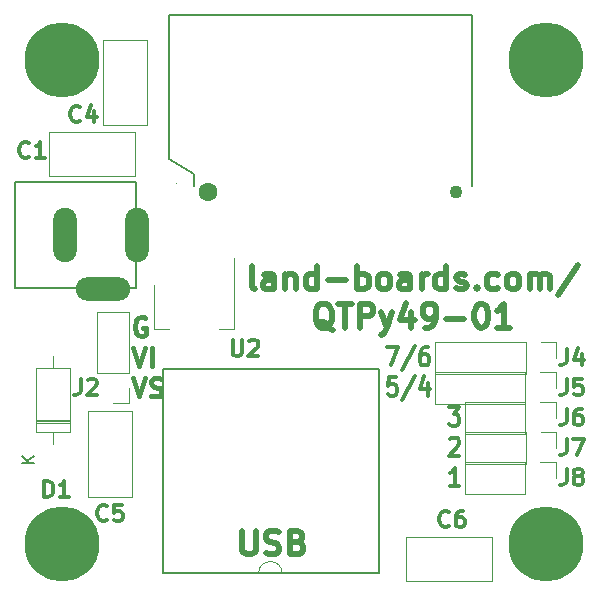
<source format=gto>
%TF.GenerationSoftware,KiCad,Pcbnew,(6.0.1)*%
%TF.CreationDate,2022-08-13T11:54:52-04:00*%
%TF.ProjectId,QTPy49,51545079-3439-42e6-9b69-6361645f7063,rev?*%
%TF.SameCoordinates,PXfffe7320PYffff9cc8*%
%TF.FileFunction,Legend,Top*%
%TF.FilePolarity,Positive*%
%FSLAX46Y46*%
G04 Gerber Fmt 4.6, Leading zero omitted, Abs format (unit mm)*
G04 Created by KiCad (PCBNEW (6.0.1)) date 2022-08-13 11:54:52*
%MOMM*%
%LPD*%
G01*
G04 APERTURE LIST*
%ADD10C,0.337500*%
%ADD11C,0.500000*%
%ADD12C,0.396875*%
%ADD13C,0.349250*%
%ADD14C,0.150000*%
%ADD15C,0.120000*%
%ADD16C,0.200000*%
%ADD17C,0.010000*%
%ADD18C,6.350000*%
%ADD19O,2.000000X4.600000*%
%ADD20O,4.600000X2.000000*%
%ADD21C,1.100000*%
%ADD22C,1.600000*%
G04 APERTURE END LIST*
D10*
X31676649Y-28298117D02*
X32576649Y-28298117D01*
X31998078Y-29885617D01*
X34055221Y-28222522D02*
X32898078Y-30263593D01*
X35083792Y-28298117D02*
X34826649Y-28298117D01*
X34698078Y-28373713D01*
X34633792Y-28449308D01*
X34505221Y-28676093D01*
X34440935Y-28978474D01*
X34440935Y-29583236D01*
X34505221Y-29734427D01*
X34569507Y-29810022D01*
X34698078Y-29885617D01*
X34955221Y-29885617D01*
X35083792Y-29810022D01*
X35148078Y-29734427D01*
X35212364Y-29583236D01*
X35212364Y-29205260D01*
X35148078Y-29054070D01*
X35083792Y-28978474D01*
X34955221Y-28902879D01*
X34698078Y-28902879D01*
X34569507Y-28978474D01*
X34505221Y-29054070D01*
X34440935Y-29205260D01*
X32448078Y-30853992D02*
X31805221Y-30853992D01*
X31740935Y-31609945D01*
X31805221Y-31534349D01*
X31933792Y-31458754D01*
X32255221Y-31458754D01*
X32383792Y-31534349D01*
X32448078Y-31609945D01*
X32512364Y-31761135D01*
X32512364Y-32139111D01*
X32448078Y-32290302D01*
X32383792Y-32365897D01*
X32255221Y-32441492D01*
X31933792Y-32441492D01*
X31805221Y-32365897D01*
X31740935Y-32290302D01*
X34055221Y-30778397D02*
X32898078Y-32819468D01*
X35083792Y-31383159D02*
X35083792Y-32441492D01*
X34762364Y-30778397D02*
X34440935Y-31912326D01*
X35276649Y-31912326D01*
X36926649Y-33430179D02*
X37762364Y-33430179D01*
X37312364Y-34034941D01*
X37505221Y-34034941D01*
X37633792Y-34110536D01*
X37698078Y-34186132D01*
X37762364Y-34337322D01*
X37762364Y-34715298D01*
X37698078Y-34866489D01*
X37633792Y-34942084D01*
X37505221Y-35017679D01*
X37119507Y-35017679D01*
X36990935Y-34942084D01*
X36926649Y-34866489D01*
X36990935Y-36137245D02*
X37055221Y-36061650D01*
X37183792Y-35986054D01*
X37505221Y-35986054D01*
X37633792Y-36061650D01*
X37698078Y-36137245D01*
X37762364Y-36288435D01*
X37762364Y-36439626D01*
X37698078Y-36666411D01*
X36926649Y-37573554D01*
X37762364Y-37573554D01*
X37762364Y-40129429D02*
X36990935Y-40129429D01*
X37376649Y-40129429D02*
X37376649Y-38541929D01*
X37248078Y-38768715D01*
X37119507Y-38919905D01*
X36990935Y-38995501D01*
D11*
X20477247Y-23450161D02*
X20286771Y-23354923D01*
X20191533Y-23164447D01*
X20191533Y-21450161D01*
X22096295Y-23450161D02*
X22096295Y-22402542D01*
X22001057Y-22212066D01*
X21810580Y-22116828D01*
X21429628Y-22116828D01*
X21239152Y-22212066D01*
X22096295Y-23354923D02*
X21905819Y-23450161D01*
X21429628Y-23450161D01*
X21239152Y-23354923D01*
X21143914Y-23164447D01*
X21143914Y-22973971D01*
X21239152Y-22783495D01*
X21429628Y-22688257D01*
X21905819Y-22688257D01*
X22096295Y-22593019D01*
X23048676Y-22116828D02*
X23048676Y-23450161D01*
X23048676Y-22307304D02*
X23143914Y-22212066D01*
X23334390Y-22116828D01*
X23620104Y-22116828D01*
X23810580Y-22212066D01*
X23905819Y-22402542D01*
X23905819Y-23450161D01*
X25715342Y-23450161D02*
X25715342Y-21450161D01*
X25715342Y-23354923D02*
X25524866Y-23450161D01*
X25143914Y-23450161D01*
X24953438Y-23354923D01*
X24858199Y-23259685D01*
X24762961Y-23069209D01*
X24762961Y-22497780D01*
X24858199Y-22307304D01*
X24953438Y-22212066D01*
X25143914Y-22116828D01*
X25524866Y-22116828D01*
X25715342Y-22212066D01*
X26667723Y-22688257D02*
X28191533Y-22688257D01*
X29143914Y-23450161D02*
X29143914Y-21450161D01*
X29143914Y-22212066D02*
X29334390Y-22116828D01*
X29715342Y-22116828D01*
X29905819Y-22212066D01*
X30001057Y-22307304D01*
X30096295Y-22497780D01*
X30096295Y-23069209D01*
X30001057Y-23259685D01*
X29905819Y-23354923D01*
X29715342Y-23450161D01*
X29334390Y-23450161D01*
X29143914Y-23354923D01*
X31239152Y-23450161D02*
X31048676Y-23354923D01*
X30953438Y-23259685D01*
X30858199Y-23069209D01*
X30858199Y-22497780D01*
X30953438Y-22307304D01*
X31048676Y-22212066D01*
X31239152Y-22116828D01*
X31524866Y-22116828D01*
X31715342Y-22212066D01*
X31810580Y-22307304D01*
X31905819Y-22497780D01*
X31905819Y-23069209D01*
X31810580Y-23259685D01*
X31715342Y-23354923D01*
X31524866Y-23450161D01*
X31239152Y-23450161D01*
X33620104Y-23450161D02*
X33620104Y-22402542D01*
X33524866Y-22212066D01*
X33334390Y-22116828D01*
X32953438Y-22116828D01*
X32762961Y-22212066D01*
X33620104Y-23354923D02*
X33429628Y-23450161D01*
X32953438Y-23450161D01*
X32762961Y-23354923D01*
X32667723Y-23164447D01*
X32667723Y-22973971D01*
X32762961Y-22783495D01*
X32953438Y-22688257D01*
X33429628Y-22688257D01*
X33620104Y-22593019D01*
X34572485Y-23450161D02*
X34572485Y-22116828D01*
X34572485Y-22497780D02*
X34667723Y-22307304D01*
X34762961Y-22212066D01*
X34953438Y-22116828D01*
X35143914Y-22116828D01*
X36667723Y-23450161D02*
X36667723Y-21450161D01*
X36667723Y-23354923D02*
X36477247Y-23450161D01*
X36096295Y-23450161D01*
X35905819Y-23354923D01*
X35810580Y-23259685D01*
X35715342Y-23069209D01*
X35715342Y-22497780D01*
X35810580Y-22307304D01*
X35905819Y-22212066D01*
X36096295Y-22116828D01*
X36477247Y-22116828D01*
X36667723Y-22212066D01*
X37524866Y-23354923D02*
X37715342Y-23450161D01*
X38096295Y-23450161D01*
X38286771Y-23354923D01*
X38382009Y-23164447D01*
X38382009Y-23069209D01*
X38286771Y-22878733D01*
X38096295Y-22783495D01*
X37810580Y-22783495D01*
X37620104Y-22688257D01*
X37524866Y-22497780D01*
X37524866Y-22402542D01*
X37620104Y-22212066D01*
X37810580Y-22116828D01*
X38096295Y-22116828D01*
X38286771Y-22212066D01*
X39239152Y-23259685D02*
X39334390Y-23354923D01*
X39239152Y-23450161D01*
X39143914Y-23354923D01*
X39239152Y-23259685D01*
X39239152Y-23450161D01*
X41048676Y-23354923D02*
X40858200Y-23450161D01*
X40477247Y-23450161D01*
X40286771Y-23354923D01*
X40191533Y-23259685D01*
X40096295Y-23069209D01*
X40096295Y-22497780D01*
X40191533Y-22307304D01*
X40286771Y-22212066D01*
X40477247Y-22116828D01*
X40858200Y-22116828D01*
X41048676Y-22212066D01*
X42191533Y-23450161D02*
X42001057Y-23354923D01*
X41905819Y-23259685D01*
X41810580Y-23069209D01*
X41810580Y-22497780D01*
X41905819Y-22307304D01*
X42001057Y-22212066D01*
X42191533Y-22116828D01*
X42477247Y-22116828D01*
X42667723Y-22212066D01*
X42762961Y-22307304D01*
X42858200Y-22497780D01*
X42858200Y-23069209D01*
X42762961Y-23259685D01*
X42667723Y-23354923D01*
X42477247Y-23450161D01*
X42191533Y-23450161D01*
X43715342Y-23450161D02*
X43715342Y-22116828D01*
X43715342Y-22307304D02*
X43810580Y-22212066D01*
X44001057Y-22116828D01*
X44286771Y-22116828D01*
X44477247Y-22212066D01*
X44572485Y-22402542D01*
X44572485Y-23450161D01*
X44572485Y-22402542D02*
X44667723Y-22212066D01*
X44858200Y-22116828D01*
X45143914Y-22116828D01*
X45334390Y-22212066D01*
X45429628Y-22402542D01*
X45429628Y-23450161D01*
X47810580Y-21354923D02*
X46096295Y-23926352D01*
X27048676Y-26860638D02*
X26858200Y-26765400D01*
X26667723Y-26574923D01*
X26382009Y-26289209D01*
X26191533Y-26193971D01*
X26001057Y-26193971D01*
X26096295Y-26670161D02*
X25905819Y-26574923D01*
X25715342Y-26384447D01*
X25620104Y-26003495D01*
X25620104Y-25336828D01*
X25715342Y-24955876D01*
X25905819Y-24765400D01*
X26096295Y-24670161D01*
X26477247Y-24670161D01*
X26667723Y-24765400D01*
X26858200Y-24955876D01*
X26953438Y-25336828D01*
X26953438Y-26003495D01*
X26858200Y-26384447D01*
X26667723Y-26574923D01*
X26477247Y-26670161D01*
X26096295Y-26670161D01*
X27524866Y-24670161D02*
X28667723Y-24670161D01*
X28096295Y-26670161D02*
X28096295Y-24670161D01*
X29334390Y-26670161D02*
X29334390Y-24670161D01*
X30096295Y-24670161D01*
X30286771Y-24765400D01*
X30382009Y-24860638D01*
X30477247Y-25051114D01*
X30477247Y-25336828D01*
X30382009Y-25527304D01*
X30286771Y-25622542D01*
X30096295Y-25717780D01*
X29334390Y-25717780D01*
X31143914Y-25336828D02*
X31620104Y-26670161D01*
X32096295Y-25336828D02*
X31620104Y-26670161D01*
X31429628Y-27146352D01*
X31334390Y-27241590D01*
X31143914Y-27336828D01*
X33715342Y-25336828D02*
X33715342Y-26670161D01*
X33239152Y-24574923D02*
X32762961Y-26003495D01*
X34001057Y-26003495D01*
X34858200Y-26670161D02*
X35239152Y-26670161D01*
X35429628Y-26574923D01*
X35524866Y-26479685D01*
X35715342Y-26193971D01*
X35810580Y-25813019D01*
X35810580Y-25051114D01*
X35715342Y-24860638D01*
X35620104Y-24765400D01*
X35429628Y-24670161D01*
X35048676Y-24670161D01*
X34858200Y-24765400D01*
X34762961Y-24860638D01*
X34667723Y-25051114D01*
X34667723Y-25527304D01*
X34762961Y-25717780D01*
X34858200Y-25813019D01*
X35048676Y-25908257D01*
X35429628Y-25908257D01*
X35620104Y-25813019D01*
X35715342Y-25717780D01*
X35810580Y-25527304D01*
X36667723Y-25908257D02*
X38191533Y-25908257D01*
X39524866Y-24670161D02*
X39715342Y-24670161D01*
X39905819Y-24765400D01*
X40001057Y-24860638D01*
X40096295Y-25051114D01*
X40191533Y-25432066D01*
X40191533Y-25908257D01*
X40096295Y-26289209D01*
X40001057Y-26479685D01*
X39905819Y-26574923D01*
X39715342Y-26670161D01*
X39524866Y-26670161D01*
X39334390Y-26574923D01*
X39239152Y-26479685D01*
X39143914Y-26289209D01*
X39048676Y-25908257D01*
X39048676Y-25432066D01*
X39143914Y-25051114D01*
X39239152Y-24860638D01*
X39334390Y-24765400D01*
X39524866Y-24670161D01*
X42096295Y-26670161D02*
X40953438Y-26670161D01*
X41524866Y-26670161D02*
X41524866Y-24670161D01*
X41334390Y-24955876D01*
X41143914Y-25146352D01*
X40953438Y-25241590D01*
D12*
X11195692Y-25885775D02*
X11044502Y-25810179D01*
X10817716Y-25810179D01*
X10590930Y-25885775D01*
X10439740Y-26036965D01*
X10364144Y-26188155D01*
X10288549Y-26490536D01*
X10288549Y-26717322D01*
X10364144Y-27019703D01*
X10439740Y-27170894D01*
X10590930Y-27322084D01*
X10817716Y-27397679D01*
X10968906Y-27397679D01*
X11195692Y-27322084D01*
X11271287Y-27246489D01*
X11271287Y-26717322D01*
X10968906Y-26717322D01*
X10137359Y-28366054D02*
X10666525Y-29953554D01*
X11195692Y-28366054D01*
X11724859Y-29953554D02*
X11724859Y-28366054D01*
X10137359Y-30921929D02*
X10666525Y-32509429D01*
X11195692Y-30921929D01*
X11649263Y-32433834D02*
X11876049Y-32509429D01*
X12254025Y-32509429D01*
X12405216Y-32433834D01*
X12480811Y-32358239D01*
X12556406Y-32207048D01*
X12556406Y-32055858D01*
X12480811Y-31904667D01*
X12405216Y-31829072D01*
X12254025Y-31753477D01*
X11951644Y-31677882D01*
X11800454Y-31602286D01*
X11724859Y-31526691D01*
X11649263Y-31375501D01*
X11649263Y-31224310D01*
X11724859Y-31073120D01*
X11800454Y-30997525D01*
X11951644Y-30921929D01*
X12329621Y-30921929D01*
X12556406Y-30997525D01*
D11*
X19396390Y-43888161D02*
X19396390Y-45507209D01*
X19491628Y-45697685D01*
X19586866Y-45792923D01*
X19777342Y-45888161D01*
X20158295Y-45888161D01*
X20348771Y-45792923D01*
X20444009Y-45697685D01*
X20539247Y-45507209D01*
X20539247Y-43888161D01*
X21396390Y-45792923D02*
X21682104Y-45888161D01*
X22158295Y-45888161D01*
X22348771Y-45792923D01*
X22444009Y-45697685D01*
X22539247Y-45507209D01*
X22539247Y-45316733D01*
X22444009Y-45126257D01*
X22348771Y-45031019D01*
X22158295Y-44935780D01*
X21777342Y-44840542D01*
X21586866Y-44745304D01*
X21491628Y-44650066D01*
X21396390Y-44459590D01*
X21396390Y-44269114D01*
X21491628Y-44078638D01*
X21586866Y-43983400D01*
X21777342Y-43888161D01*
X22253533Y-43888161D01*
X22539247Y-43983400D01*
X24063057Y-44840542D02*
X24348771Y-44935780D01*
X24444009Y-45031019D01*
X24539247Y-45221495D01*
X24539247Y-45507209D01*
X24444009Y-45697685D01*
X24348771Y-45792923D01*
X24158295Y-45888161D01*
X23396390Y-45888161D01*
X23396390Y-43888161D01*
X24063057Y-43888161D01*
X24253533Y-43983400D01*
X24348771Y-44078638D01*
X24444009Y-44269114D01*
X24444009Y-44459590D01*
X24348771Y-44650066D01*
X24253533Y-44745304D01*
X24063057Y-44840542D01*
X23396390Y-44840542D01*
D13*
%TO.C,U2*%
X18569819Y-27708376D02*
X18569819Y-28839280D01*
X18636342Y-28972328D01*
X18702866Y-29038852D01*
X18835914Y-29105376D01*
X19102009Y-29105376D01*
X19235057Y-29038852D01*
X19301580Y-28972328D01*
X19368104Y-28839280D01*
X19368104Y-27708376D01*
X19966819Y-27841423D02*
X20033342Y-27774900D01*
X20166390Y-27708376D01*
X20499009Y-27708376D01*
X20632057Y-27774900D01*
X20698580Y-27841423D01*
X20765104Y-27974471D01*
X20765104Y-28107519D01*
X20698580Y-28307090D01*
X19900295Y-29105376D01*
X20765104Y-29105376D01*
%TO.C,J7*%
X46854533Y-36090376D02*
X46854533Y-37088233D01*
X46788009Y-37287804D01*
X46654961Y-37420852D01*
X46455390Y-37487376D01*
X46322342Y-37487376D01*
X47386723Y-36090376D02*
X48318057Y-36090376D01*
X47719342Y-37487376D01*
%TO.C,J8*%
X46854533Y-38630376D02*
X46854533Y-39628233D01*
X46788009Y-39827804D01*
X46654961Y-39960852D01*
X46455390Y-40027376D01*
X46322342Y-40027376D01*
X47719342Y-39229090D02*
X47586295Y-39162566D01*
X47519771Y-39096042D01*
X47453247Y-38962995D01*
X47453247Y-38896471D01*
X47519771Y-38763423D01*
X47586295Y-38696900D01*
X47719342Y-38630376D01*
X47985438Y-38630376D01*
X48118485Y-38696900D01*
X48185009Y-38763423D01*
X48251533Y-38896471D01*
X48251533Y-38962995D01*
X48185009Y-39096042D01*
X48118485Y-39162566D01*
X47985438Y-39229090D01*
X47719342Y-39229090D01*
X47586295Y-39295614D01*
X47519771Y-39362138D01*
X47453247Y-39495185D01*
X47453247Y-39761280D01*
X47519771Y-39894328D01*
X47586295Y-39960852D01*
X47719342Y-40027376D01*
X47985438Y-40027376D01*
X48118485Y-39960852D01*
X48185009Y-39894328D01*
X48251533Y-39761280D01*
X48251533Y-39495185D01*
X48185009Y-39362138D01*
X48118485Y-39295614D01*
X47985438Y-39229090D01*
%TO.C,C5*%
X7971366Y-42942328D02*
X7904842Y-43008852D01*
X7705271Y-43075376D01*
X7572223Y-43075376D01*
X7372652Y-43008852D01*
X7239604Y-42875804D01*
X7173080Y-42742757D01*
X7106557Y-42476661D01*
X7106557Y-42277090D01*
X7173080Y-42010995D01*
X7239604Y-41877947D01*
X7372652Y-41744900D01*
X7572223Y-41678376D01*
X7705271Y-41678376D01*
X7904842Y-41744900D01*
X7971366Y-41811423D01*
X9235319Y-41678376D02*
X8570080Y-41678376D01*
X8503557Y-42343614D01*
X8570080Y-42277090D01*
X8703128Y-42210566D01*
X9035747Y-42210566D01*
X9168795Y-42277090D01*
X9235319Y-42343614D01*
X9301842Y-42476661D01*
X9301842Y-42809280D01*
X9235319Y-42942328D01*
X9168795Y-43008852D01*
X9035747Y-43075376D01*
X8703128Y-43075376D01*
X8570080Y-43008852D01*
X8503557Y-42942328D01*
%TO.C,C1*%
X1367366Y-12208328D02*
X1300842Y-12274852D01*
X1101271Y-12341376D01*
X968223Y-12341376D01*
X768652Y-12274852D01*
X635604Y-12141804D01*
X569080Y-12008757D01*
X502557Y-11742661D01*
X502557Y-11543090D01*
X569080Y-11276995D01*
X635604Y-11143947D01*
X768652Y-11010900D01*
X968223Y-10944376D01*
X1101271Y-10944376D01*
X1300842Y-11010900D01*
X1367366Y-11077423D01*
X2697842Y-12341376D02*
X1899557Y-12341376D01*
X2298700Y-12341376D02*
X2298700Y-10944376D01*
X2165652Y-11143947D01*
X2032604Y-11276995D01*
X1899557Y-11343519D01*
%TO.C,J6*%
X46854533Y-33550376D02*
X46854533Y-34548233D01*
X46788009Y-34747804D01*
X46654961Y-34880852D01*
X46455390Y-34947376D01*
X46322342Y-34947376D01*
X48118485Y-33550376D02*
X47852390Y-33550376D01*
X47719342Y-33616900D01*
X47652819Y-33683423D01*
X47519771Y-33882995D01*
X47453247Y-34149090D01*
X47453247Y-34681280D01*
X47519771Y-34814328D01*
X47586295Y-34880852D01*
X47719342Y-34947376D01*
X47985438Y-34947376D01*
X48118485Y-34880852D01*
X48185009Y-34814328D01*
X48251533Y-34681280D01*
X48251533Y-34348661D01*
X48185009Y-34215614D01*
X48118485Y-34149090D01*
X47985438Y-34082566D01*
X47719342Y-34082566D01*
X47586295Y-34149090D01*
X47519771Y-34215614D01*
X47453247Y-34348661D01*
%TO.C,J5*%
X46854533Y-31010376D02*
X46854533Y-32008233D01*
X46788009Y-32207804D01*
X46654961Y-32340852D01*
X46455390Y-32407376D01*
X46322342Y-32407376D01*
X48185009Y-31010376D02*
X47519771Y-31010376D01*
X47453247Y-31675614D01*
X47519771Y-31609090D01*
X47652819Y-31542566D01*
X47985438Y-31542566D01*
X48118485Y-31609090D01*
X48185009Y-31675614D01*
X48251533Y-31808661D01*
X48251533Y-32141280D01*
X48185009Y-32274328D01*
X48118485Y-32340852D01*
X47985438Y-32407376D01*
X47652819Y-32407376D01*
X47519771Y-32340852D01*
X47453247Y-32274328D01*
%TO.C,J2*%
X5706533Y-31010376D02*
X5706533Y-32008233D01*
X5640009Y-32207804D01*
X5506961Y-32340852D01*
X5307390Y-32407376D01*
X5174342Y-32407376D01*
X6305247Y-31143423D02*
X6371771Y-31076900D01*
X6504819Y-31010376D01*
X6837438Y-31010376D01*
X6970485Y-31076900D01*
X7037009Y-31143423D01*
X7103533Y-31276471D01*
X7103533Y-31409519D01*
X7037009Y-31609090D01*
X6238723Y-32407376D01*
X7103533Y-32407376D01*
%TO.C,C6*%
X36927366Y-43450328D02*
X36860842Y-43516852D01*
X36661271Y-43583376D01*
X36528223Y-43583376D01*
X36328652Y-43516852D01*
X36195604Y-43383804D01*
X36129080Y-43250757D01*
X36062557Y-42984661D01*
X36062557Y-42785090D01*
X36129080Y-42518995D01*
X36195604Y-42385947D01*
X36328652Y-42252900D01*
X36528223Y-42186376D01*
X36661271Y-42186376D01*
X36860842Y-42252900D01*
X36927366Y-42319423D01*
X38124795Y-42186376D02*
X37858700Y-42186376D01*
X37725652Y-42252900D01*
X37659128Y-42319423D01*
X37526080Y-42518995D01*
X37459557Y-42785090D01*
X37459557Y-43317280D01*
X37526080Y-43450328D01*
X37592604Y-43516852D01*
X37725652Y-43583376D01*
X37991747Y-43583376D01*
X38124795Y-43516852D01*
X38191319Y-43450328D01*
X38257842Y-43317280D01*
X38257842Y-42984661D01*
X38191319Y-42851614D01*
X38124795Y-42785090D01*
X37991747Y-42718566D01*
X37725652Y-42718566D01*
X37592604Y-42785090D01*
X37526080Y-42851614D01*
X37459557Y-42984661D01*
%TO.C,C4*%
X5685366Y-9160328D02*
X5618842Y-9226852D01*
X5419271Y-9293376D01*
X5286223Y-9293376D01*
X5086652Y-9226852D01*
X4953604Y-9093804D01*
X4887080Y-8960757D01*
X4820557Y-8694661D01*
X4820557Y-8495090D01*
X4887080Y-8228995D01*
X4953604Y-8095947D01*
X5086652Y-7962900D01*
X5286223Y-7896376D01*
X5419271Y-7896376D01*
X5618842Y-7962900D01*
X5685366Y-8029423D01*
X6882795Y-8362042D02*
X6882795Y-9293376D01*
X6550176Y-7829852D02*
X6217557Y-8827709D01*
X7082366Y-8827709D01*
%TO.C,J4*%
X46854533Y-28470376D02*
X46854533Y-29468233D01*
X46788009Y-29667804D01*
X46654961Y-29800852D01*
X46455390Y-29867376D01*
X46322342Y-29867376D01*
X48118485Y-28936042D02*
X48118485Y-29867376D01*
X47785866Y-28403852D02*
X47453247Y-29401709D01*
X48318057Y-29401709D01*
%TO.C,D1*%
X2601080Y-41043376D02*
X2601080Y-39646376D01*
X2933700Y-39646376D01*
X3133271Y-39712900D01*
X3266319Y-39845947D01*
X3332842Y-39978995D01*
X3399366Y-40245090D01*
X3399366Y-40444661D01*
X3332842Y-40710757D01*
X3266319Y-40843804D01*
X3133271Y-40976852D01*
X2933700Y-41043376D01*
X2601080Y-41043376D01*
X4729842Y-41043376D02*
X3931557Y-41043376D01*
X4330700Y-41043376D02*
X4330700Y-39646376D01*
X4197652Y-39845947D01*
X4064604Y-39978995D01*
X3931557Y-40045519D01*
D14*
X1730580Y-38133304D02*
X730580Y-38133304D01*
X1730580Y-37561876D02*
X1159152Y-37990447D01*
X730580Y-37561876D02*
X1302009Y-38133304D01*
D15*
%TO.C,U2*%
X11906200Y-26827400D02*
X13166200Y-26827400D01*
X18726200Y-26827400D02*
X17466200Y-26827400D01*
X18726200Y-20817400D02*
X18726200Y-26827400D01*
X11906200Y-23067400D02*
X11906200Y-26827400D01*
%TO.C,J7*%
X43378882Y-35525400D02*
X43378882Y-38185400D01*
X45978882Y-35525400D02*
X45978882Y-36855400D01*
X43378882Y-38185400D02*
X38238882Y-38185400D01*
X43378882Y-35525400D02*
X38238882Y-35525400D01*
X38238882Y-35525400D02*
X38238882Y-38185400D01*
X44648882Y-35525400D02*
X45978882Y-35525400D01*
%TO.C,J8*%
X43363882Y-40725400D02*
X38223882Y-40725400D01*
X44633882Y-38065400D02*
X45963882Y-38065400D01*
X43363882Y-38065400D02*
X43363882Y-40725400D01*
X38223882Y-38065400D02*
X38223882Y-40725400D01*
X43363882Y-38065400D02*
X38223882Y-38065400D01*
X45963882Y-38065400D02*
X45963882Y-39395400D01*
%TO.C,C5*%
X6334200Y-40983400D02*
X10074200Y-40983400D01*
X10074200Y-40983400D02*
X10074200Y-33743400D01*
X6334200Y-33743400D02*
X10074200Y-33743400D01*
X6334200Y-40983400D02*
X6334200Y-33743400D01*
D16*
%TO.C,J1*%
X194200Y-14321400D02*
X10394200Y-14321400D01*
X194200Y-23321400D02*
X194200Y-14321400D01*
X10394200Y-14321400D02*
X10394200Y-23321400D01*
X194200Y-23321400D02*
X10394200Y-23321400D01*
D14*
%TO.C,J3*%
X13316200Y-192900D02*
X13189200Y-192900D01*
X38843200Y-3113900D02*
X38843200Y-192900D01*
X13189200Y-192900D02*
X13189200Y-3113900D01*
X38843200Y-14670900D02*
X38843200Y-3113900D01*
X38843200Y-192900D02*
X13316200Y-192900D01*
X13189200Y-3113900D02*
X13189200Y-12384900D01*
X13189200Y-12384900D02*
X15348200Y-13654900D01*
X15348200Y-13654900D02*
X15348200Y-14670900D01*
D17*
X13784200Y-14458900D02*
X13784200Y-14468900D01*
D15*
%TO.C,C1*%
X10300200Y-10093400D02*
X3060200Y-10093400D01*
X3060200Y-13833400D02*
X3060200Y-10093400D01*
X10300200Y-13833400D02*
X10300200Y-10093400D01*
X10300200Y-13833400D02*
X3060200Y-13833400D01*
%TO.C,J6*%
X43363882Y-32985400D02*
X38223882Y-32985400D01*
X44633882Y-32985400D02*
X45963882Y-32985400D01*
X38223882Y-32985400D02*
X38223882Y-35645400D01*
X43363882Y-32985400D02*
X43363882Y-35645400D01*
X45963882Y-32985400D02*
X45963882Y-34315400D01*
X43363882Y-35645400D02*
X38223882Y-35645400D01*
%TO.C,J5*%
X43368882Y-30445400D02*
X43368882Y-33105400D01*
X35688882Y-30445400D02*
X35688882Y-33105400D01*
X43368882Y-33105400D02*
X35688882Y-33105400D01*
X43368882Y-30445400D02*
X35688882Y-30445400D01*
X45968882Y-30445400D02*
X45968882Y-31775400D01*
X44638882Y-30445400D02*
X45968882Y-30445400D01*
%TO.C,J2*%
X9788200Y-31760400D02*
X9788200Y-33090400D01*
X9788200Y-30490400D02*
X9788200Y-25350400D01*
X9788200Y-25350400D02*
X7128200Y-25350400D01*
X7128200Y-30490400D02*
X7128200Y-25350400D01*
X9788200Y-33090400D02*
X8458200Y-33090400D01*
X9788200Y-30490400D02*
X7128200Y-30490400D01*
%TO.C,C6*%
X33286200Y-48123400D02*
X33286200Y-44383400D01*
X40526200Y-44383400D02*
X33286200Y-44383400D01*
X40526200Y-48123400D02*
X33286200Y-48123400D01*
X40526200Y-48123400D02*
X40526200Y-44383400D01*
D14*
%TO.C,BRD1*%
X30932882Y-47488682D02*
X12644882Y-47488682D01*
X12644882Y-47488682D02*
X12644882Y-30216682D01*
X12644882Y-30216682D02*
X30932882Y-30216682D01*
X30932882Y-30216682D02*
X30932882Y-47488682D01*
D15*
X22772882Y-47488682D02*
G75*
G03*
X20772882Y-47488682I-1000000J0D01*
G01*
%TO.C,C4*%
X7604200Y-9527400D02*
X7604200Y-2287400D01*
X7604200Y-2287400D02*
X11344200Y-2287400D01*
X7604200Y-9527400D02*
X11344200Y-9527400D01*
X11344200Y-9527400D02*
X11344200Y-2287400D01*
%TO.C,J4*%
X45978882Y-27905400D02*
X45978882Y-29235400D01*
X43378882Y-30565400D02*
X35698882Y-30565400D01*
X44648882Y-27905400D02*
X45978882Y-27905400D01*
X43378882Y-27905400D02*
X43378882Y-30565400D01*
X35698882Y-27905400D02*
X35698882Y-30565400D01*
X43378882Y-27905400D02*
X35698882Y-27905400D01*
%TO.C,D1*%
X1908200Y-30071400D02*
X1908200Y-35511400D01*
X1908200Y-34611400D02*
X4848200Y-34611400D01*
X4848200Y-35511400D02*
X4848200Y-30071400D01*
X1908200Y-35511400D02*
X4848200Y-35511400D01*
X1908200Y-34491400D02*
X4848200Y-34491400D01*
X3378200Y-29051400D02*
X3378200Y-30071400D01*
X3378200Y-36531400D02*
X3378200Y-35511400D01*
X1908200Y-34731400D02*
X4848200Y-34731400D01*
X4848200Y-30071400D02*
X1908200Y-30071400D01*
%TD*%
D18*
%TO.C,MTG1*%
X4101600Y-4025400D03*
%TD*%
%TO.C,MTG2*%
X45101600Y-4025400D03*
%TD*%
%TO.C,MTG4*%
X45101600Y-45025400D03*
%TD*%
%TO.C,MTG3*%
X4101600Y-45025400D03*
%TD*%
D19*
%TO.C,J1*%
X10494200Y-18821400D03*
X4394200Y-18821400D03*
D20*
X7594200Y-23421400D03*
%TD*%
D21*
%TO.C,J3*%
X37484200Y-15178900D03*
D22*
X16484200Y-15178900D03*
%TD*%
M02*

</source>
